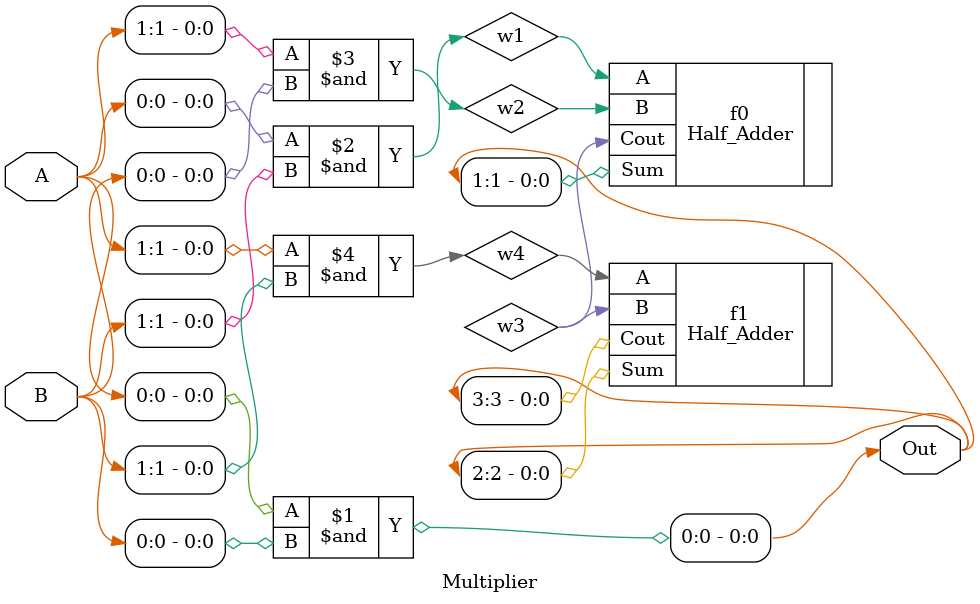
<source format=v>
`timescale 1ns / 1ps
module Multiplier(
    input [1:0] A,
    input [1:0] B,
    output [3:0] Out
    );
	 wire w1 , w2 , w3 , w4;
    assign Out[0] = A[0] & B[0];
	 assign w1 = A[0] & B[1];
	 assign w2 = A[1] & B[0];
	 Half_Adder f0( .A(w1) , .B(w2) , .Sum(Out[1]) , .Cout(w3));
	 assign w4 =A[1] & B [1];
	 Half_Adder f1(.A(w4) , .B(w3) , .Sum(Out[2]) , .Cout(Out[3]));
	 

endmodule

</source>
